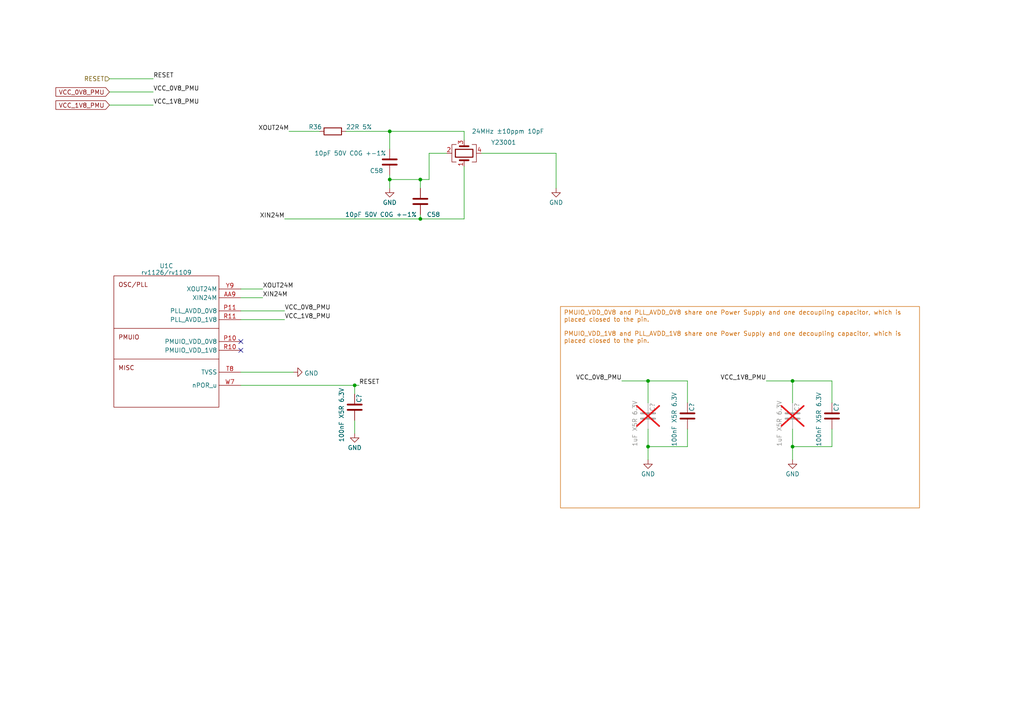
<source format=kicad_sch>
(kicad_sch (version 20230121) (generator eeschema)
  (paper "A4")
  (junction (at 229.87 129.54))
  (junction (at 113.03 38.1))
  (junction (at 113.03 52.07))
  (junction (at 187.96 129.54))
  (junction (at 229.87 110.49))
  (junction (at 121.92 63.5))
  (junction (at 187.96 110.49))
  (junction (at 121.92 52.07))
  (junction (at 102.87 111.76))
  (no_connect (at 69.85 99.06))
  (no_connect (at 69.85 101.6))
  (wire (pts (xy 113.03 38.1) (xy 134.62 38.1)))
  (wire (pts (xy 100.33 38.1) (xy 113.03 38.1)))
  (wire (pts (xy 113.03 50.8) (xy 113.03 52.07)))
  (wire (pts (xy 113.03 52.07) (xy 113.03 54.61)))
  (wire (pts (xy 241.3 124.46) (xy 241.3 129.54)))
  (wire (pts (xy 83.82 38.1) (xy 92.71 38.1)))
  (wire (pts (xy 121.92 52.07) (xy 113.03 52.07)))
  (wire (pts (xy 82.55 63.5) (xy 121.92 63.5)))
  (wire (pts (xy 222.25 110.49) (xy 229.87 110.49)))
  (wire (pts (xy 69.85 90.17) (xy 82.55 90.17)))
  (wire (pts (xy 124.46 52.07) (xy 121.92 52.07)))
  (wire (pts (xy 229.87 110.49) (xy 229.87 116.84)))
  (wire (pts (xy 129.54 44.45) (xy 124.46 44.45)))
  (wire (pts (xy 124.46 44.45) (xy 124.46 52.07)))
  (wire (pts (xy 161.29 44.45) (xy 139.7 44.45)))
  (wire (pts (xy 134.62 48.26) (xy 134.62 63.5)))
  (wire (pts (xy 69.85 107.95) (xy 85.09 107.95)))
  (wire (pts (xy 161.29 44.45) (xy 161.29 54.61)))
  (wire (pts (xy 199.39 129.54) (xy 187.96 129.54)))
  (wire (pts (xy 102.87 111.76) (xy 102.87 114.3)))
  (wire (pts (xy 229.87 129.54) (xy 229.87 133.35)))
  (wire (pts (xy 187.96 110.49) (xy 187.96 116.84)))
  (wire (pts (xy 241.3 110.49) (xy 241.3 116.84)))
  (wire (pts (xy 102.87 121.92) (xy 102.87 125.73)))
  (wire (pts (xy 31.75 26.67) (xy 44.45 26.67)))
  (wire (pts (xy 180.34 110.49) (xy 187.96 110.49)))
  (wire (pts (xy 187.96 129.54) (xy 187.96 133.35)))
  (wire (pts (xy 31.75 30.48) (xy 44.45 30.48)))
  (wire (pts (xy 121.92 62.23) (xy 121.92 63.5)))
  (wire (pts (xy 187.96 124.46) (xy 187.96 129.54)))
  (wire (pts (xy 69.85 92.71) (xy 82.55 92.71)))
  (wire (pts (xy 121.92 52.07) (xy 121.92 54.61)))
  (wire (pts (xy 229.87 110.49) (xy 241.3 110.49)))
  (wire (pts (xy 121.92 63.5) (xy 134.62 63.5)))
  (wire (pts (xy 69.85 111.76) (xy 102.87 111.76)))
  (wire (pts (xy 199.39 110.49) (xy 199.39 116.84)))
  (wire (pts (xy 69.85 83.82) (xy 76.2 83.82)))
  (wire (pts (xy 199.39 124.46) (xy 199.39 129.54)))
  (wire (pts (xy 241.3 129.54) (xy 229.87 129.54)))
  (wire (pts (xy 187.96 110.49) (xy 199.39 110.49)))
  (wire (pts (xy 113.03 38.1) (xy 113.03 43.18)))
  (wire (pts (xy 69.85 86.36) (xy 76.2 86.36)))
  (wire (pts (xy 134.62 38.1) (xy 134.62 40.64)))
  (wire (pts (xy 229.87 124.46) (xy 229.87 129.54)))
  (wire (pts (xy 31.75 22.86) (xy 44.45 22.86)))
  (wire (pts (xy 102.87 111.76) (xy 104.14 111.76)))
  (text_box "PMUIO_VDD_0V8 and PLL_AVDD_0V8 share one Power Supply and one decoupling capacitor, which is placed closed to the pin.\n\nPMUIO_VDD_1V8 and PLL_AVDD_1V8 share one Power Supply and one decoupling capacitor, which is placed closed to the pin." (at 162.56 88.9 0) (size 104.14 58.42) (stroke (width 0) (color 204 102 0 1)) (effects (font (size 1.27 1.27)) (justify left top)))
  (label "VCC_1V8_PMU" (at 44.45 30.48 0))
  (label "XOUT24M" (at 83.82 38.1 180))
  (label "VCC_0V8_PMU" (at 82.55 90.17 0))
  (label "XIN24M" (at 76.2 86.36 0))
  (label "RESET" (at 104.14 111.76 0))
  (label "VCC_1V8_PMU" (at 82.55 92.71 0))
  (label "VCC_0V8_PMU" (at 180.34 110.49 180))
  (label "RESET" (at 44.45 22.86 0))
  (label "VCC_1V8_PMU" (at 222.25 110.49 180))
  (label "VCC_0V8_PMU" (at 44.45 26.67 0))
  (label "XIN24M" (at 82.55 63.5 180))
  (label "XOUT24M" (at 76.2 83.82 0))
  (global_label "VCC_0V8_PMU" (shape input) (at 31.75 26.67 180) (property "Intersheetrefs" "${INTERSHEET_REFS}" (effects hide)))
  (global_label "VCC_1V8_PMU" (shape input) (at 31.75 30.48 180) (property "Intersheetrefs" "${INTERSHEET_REFS}" (effects hide)))
  (hierarchical_label "RESET" (shape input) (at 31.75 22.86 180))
  (symbol (lib_id "Device:C") (at 187.96 120.65 0) (unit 1) (dnp yes)
    (property "Reference" "C?" (at 189.23 119.38 90) (effects (justify left)))
    (property "Value" "1uF X5R 6.3V" (at 184.15 129.54 90) (effects (justify left)))
    (property "Footprint" "Capacitor_SMD:C_0402_1005Metric" (effects hide))
    (property "Description" "容值: 1uF 精度: ±10% 额定电压: 6.3V 材质(温度系数): X5R 材质:X5R" (effects hide))
    (property "LCSC" "C15684" (effects hide))
    (property "Model" "GRM155R60J105KE19D" (effects hide))
    (property "Vendor" "muRata(村田)" (effects hide))
    (instances (project "leaf" (path "" (reference "C?") (unit 1)) (path "" (reference "C?") (unit 1)) (path "" (reference "C12015") (unit 1)) (path "" (reference "C23004") (unit 1))))
  )
  (symbol (lib_id "Device:C") (at 241.3 120.65 0) (unit 1)
    (property "Reference" "C?" (at 242.57 119.38 90) (effects (justify left)))
    (property "Value" "100nF X5R 6.3V" (at 237.49 129.54 90) (effects (justify left)))
    (property "Footprint" "Capacitor_SMD:C_0201_0603Metric" (effects hide))
    (property "Description" "容值: 100nF 精度: ±10% 额定电压: 6.3V 材质(温度系数): X5R 材质:X5R" (effects hide))
    (property "LCSC" "C76928" (effects hide))
    (property "Model" "GRM033R60J104KE19D" (effects hide))
    (property "Vendor" "muRata(村田)" (effects hide))
    (instances (project "leaf" (path "" (reference "C?") (unit 1)) (path "" (reference "C?") (unit 1)) (path "" (reference "C12016") (unit 1)) (path "" (reference "C23007") (unit 1))))
  )
  (symbol (lib_id "power:GND") (at 113.03 54.61 0) (unit 1)
    (property "Reference" "#PWR?" (effects hide))
    (property "Value" "GND" (at 113.03 58.7455 0))
    (instances (project "leaf" (path "" (reference "#PWR?") (unit 1)) (path "" (reference "#PWR034") (unit 1)) (path "" (reference "#PWR034") (unit 1)) (path "" (reference "#PWR023003") (unit 1))))
  )
  (symbol (lib_id "Device:R") (at 96.52 38.1 90) (unit 1)
    (property "Reference" "R36" (at 91.44 36.83 90))
    (property "Value" "22R 5%" (at 104.14 36.83 90))
    (property "Footprint" "Resistor_SMD:R_0402_1005Metric" (effects hide))
    (property "Description" "电阻类型: 厚膜电阻 阻值: 22.1Ω 精度: ±1% 功率: 1/16W 温度系数: ±100ppm/℃ 最大工作电压: 50V 工作温度" (effects hide))
    (property "LCSC" "C59651" (effects hide))
    (property "Model" "0402WGF221JTCE" (effects hide))
    (property "Vendor" "UNI-ROYAL(厚声)" (effects hide))
    (instances (project "leaf" (path "" (reference "R36") (unit 1)) (path "" (reference "R23001") (unit 1))))
  )
  (symbol (lib_id "Device:C") (at 102.87 118.11 0) (unit 1)
    (property "Reference" "C?" (at 104.14 116.84 90) (effects (justify left)))
    (property "Value" "100nF X5R 6.3V" (at 99.06 128.27 90) (effects (justify left)))
    (property "Footprint" "Capacitor_SMD:C_0201_0603Metric" (effects hide))
    (property "Description" "容值: 100nF 精度: ±10% 额定电压: 6.3V 材质(温度系数): X5R 材质:X5R" (effects hide))
    (property "LCSC" "C76928" (effects hide))
    (property "Model" "GRM033R60J104KE19D" (effects hide))
    (property "Vendor" "muRata(村田)" (effects hide))
    (instances (project "leaf" (path "" (reference "C?") (unit 1)) (path "" (reference "C?") (unit 1)) (path "" (reference "C?") (unit 1)) (path "" (reference "C?") (unit 1)) (path "" (reference "C26") (unit 1)) (path "" (reference "C26") (unit 1)) (path "" (reference "C23001") (unit 1))))
  )
  (symbol (lib_id "power:GND") (at 161.29 54.61 0) (unit 1)
    (property "Reference" "#PWR?" (effects hide))
    (property "Value" "GND" (at 161.29 58.7455 0))
    (instances (project "leaf" (path "" (reference "#PWR?") (unit 1)) (path "" (reference "#PWR034") (unit 1)) (path "" (reference "#PWR034") (unit 1)) (path "" (reference "#PWR023004") (unit 1))))
  )
  (symbol (lib_id "Device:C") (at 199.39 120.65 0) (unit 1)
    (property "Reference" "C?" (at 200.66 119.38 90) (effects (justify left)))
    (property "Value" "100nF X5R 6.3V" (at 195.58 129.54 90) (effects (justify left)))
    (property "Footprint" "Capacitor_SMD:C_0201_0603Metric" (effects hide))
    (property "Description" "容值: 100nF 精度: ±10% 额定电压: 6.3V 材质(温度系数): X5R 材质:X5R" (effects hide))
    (property "LCSC" "C76928" (effects hide))
    (property "Model" "GRM033R60J104KE19D" (effects hide))
    (property "Vendor" "muRata(村田)" (effects hide))
    (instances (project "leaf" (path "" (reference "C?") (unit 1)) (path "" (reference "C?") (unit 1)) (path "" (reference "C12016") (unit 1)) (path "" (reference "C23005") (unit 1))))
  )
  (symbol (lib_id "power:GND") (at 229.87 133.35 0) (unit 1)
    (property "Reference" "#PWR?" (effects hide))
    (property "Value" "GND" (at 229.87 137.4855 0))
    (instances (project "leaf" (path "" (reference "#PWR?") (unit 1)) (path "" (reference "#PWR034") (unit 1)) (path "" (reference "#PWR034") (unit 1)) (path "" (reference "#PWR023006") (unit 1))))
  )
  (symbol (lib_id "power:GND") (at 187.96 133.35 0) (unit 1)
    (property "Reference" "#PWR?" (effects hide))
    (property "Value" "GND" (at 187.96 137.4855 0))
    (instances (project "leaf" (path "" (reference "#PWR?") (unit 1)) (path "" (reference "#PWR034") (unit 1)) (path "" (reference "#PWR034") (unit 1)) (path "" (reference "#PWR023005") (unit 1))))
  )
  (symbol (lib_id "Device:Crystal_GND24") (at 134.62 44.45 90) (unit 1)
    (property "Reference" "Y23001" (at 146.0609 41.3131 90))
    (property "Value" "24MHz ±10ppm 10pF" (at 147.32 38.1 90))
    (property "Footprint" "Crystal:Crystal_SMD_2520-4Pin_2.5x2.0mm" (effects hide))
    (property "Description" "晶振类型: 贴片无源晶振 频率: 24MHz 频率公差: ±10ppm 负载电容: 10pF 等效串联电阻(ESR): 80Ω 工" (effects hide))
    (property "LCSC" "C255953" (effects hide))
    (property "Model" "Q24FA20H00491" (effects hide))
    (property "Vendor" "EPSON(爱普生)" (effects hide))
  )
  (symbol (lib_id "Device:C") (at 121.92 58.42 0) (unit 1)
    (property "Reference" "C58" (at 125.73 62.23 0))
    (property "Value" "10pF 50V C0G +-1%" (at 110.49 62.23 0))
    (property "Footprint" "Capacitor_SMD:C_0402_1005Metric" (effects hide))
    (property "Description" "容值: 10pF 精度: ±1% 额定电压: 50V 材质(温度系数): C0G 材质：C0G" (effects hide))
    (property "LCSC" "C161145" (effects hide))
    (property "Model" "GCM1555C1H100FA16D" (effects hide))
    (property "Vendor" "muRata(村田)" (effects hide))
    (instances (project "leaf" (path "" (reference "C58") (unit 1)) (path "" (reference "C23003") (unit 1))))
  )
  (symbol (lib_id "Device:C") (at 229.87 120.65 0) (unit 1) (dnp yes)
    (property "Reference" "C?" (at 231.14 119.38 90) (effects (justify left)))
    (property "Value" "1uF X5R 6.3V" (at 226.06 129.54 90) (effects (justify left)))
    (property "Footprint" "Capacitor_SMD:C_0402_1005Metric" (effects hide))
    (property "Description" "容值: 1uF 精度: ±10% 额定电压: 6.3V 材质(温度系数): X5R 材质:X5R" (effects hide))
    (property "LCSC" "C15684" (effects hide))
    (property "Model" "GRM155R60J105KE19D" (effects hide))
    (property "Vendor" "muRata(村田)" (effects hide))
    (instances (project "leaf" (path "" (reference "C?") (unit 1)) (path "" (reference "C?") (unit 1)) (path "" (reference "C12015") (unit 1)) (path "" (reference "C23006") (unit 1))))
  )
  (symbol (lib_id "Device:C") (at 113.03 46.99 180) (unit 1)
    (property "Reference" "C58" (at 109.22 49.53 0))
    (property "Value" "10pF 50V C0G +-1%" (at 101.6 44.45 0))
    (property "Footprint" "Capacitor_SMD:C_0402_1005Metric" (effects hide))
    (property "Description" "容值: 10pF 精度: ±1% 额定电压: 50V 材质(温度系数): C0G 材质：C0G" (effects hide))
    (property "LCSC" "C161145" (effects hide))
    (property "Model" "GCM1555C1H100FA16D" (effects hide))
    (property "Vendor" "muRata(村田)" (effects hide))
    (instances (project "leaf" (path "" (reference "C58") (unit 1)) (path "" (reference "C23002") (unit 1))))
  )
  (symbol (lib_id "power:GND") (at 85.09 107.95 90) (unit 1)
    (property "Reference" "#PWR?" (effects hide))
    (property "Value" "GND" (at 88.265 108.2668 90) (effects (justify right)))
    (instances (project "leaf" (path "" (reference "#PWR?") (unit 1)) (path "" (reference "#PWR033") (unit 1)) (path "" (reference "#PWR033") (unit 1)) (path "" (reference "#PWR023001") (unit 1))))
  )
  (symbol (lib_id "CPU_Rockchip:rv1126_rv1109") (at 48.26 109.22 0) (unit 3)
    (property "Reference" "U1" (at 48.26 77.1271 0))
    (property "Value" "rv1126/rv1109" (at 48.26 79.0481 0))
    (property "Footprint" "Rockchip_SoC:Rockchip_RV1126_FCCSP409LD_14.0x14.0mm" (effects hide))
    (instances (project "leaf" (path "" (reference "U1") (unit 3)) (path "" (reference "U3001") (unit 3))))
  )
  (symbol (lib_id "power:GND") (at 102.87 125.73 0) (unit 1)
    (property "Reference" "#PWR?" (effects hide))
    (property "Value" "GND" (at 102.87 129.8655 0))
    (instances (project "leaf" (path "" (reference "#PWR?") (unit 1)) (path "" (reference "#PWR034") (unit 1)) (path "" (reference "#PWR034") (unit 1)) (path "" (reference "#PWR023002") (unit 1))))
  )
)
</source>
